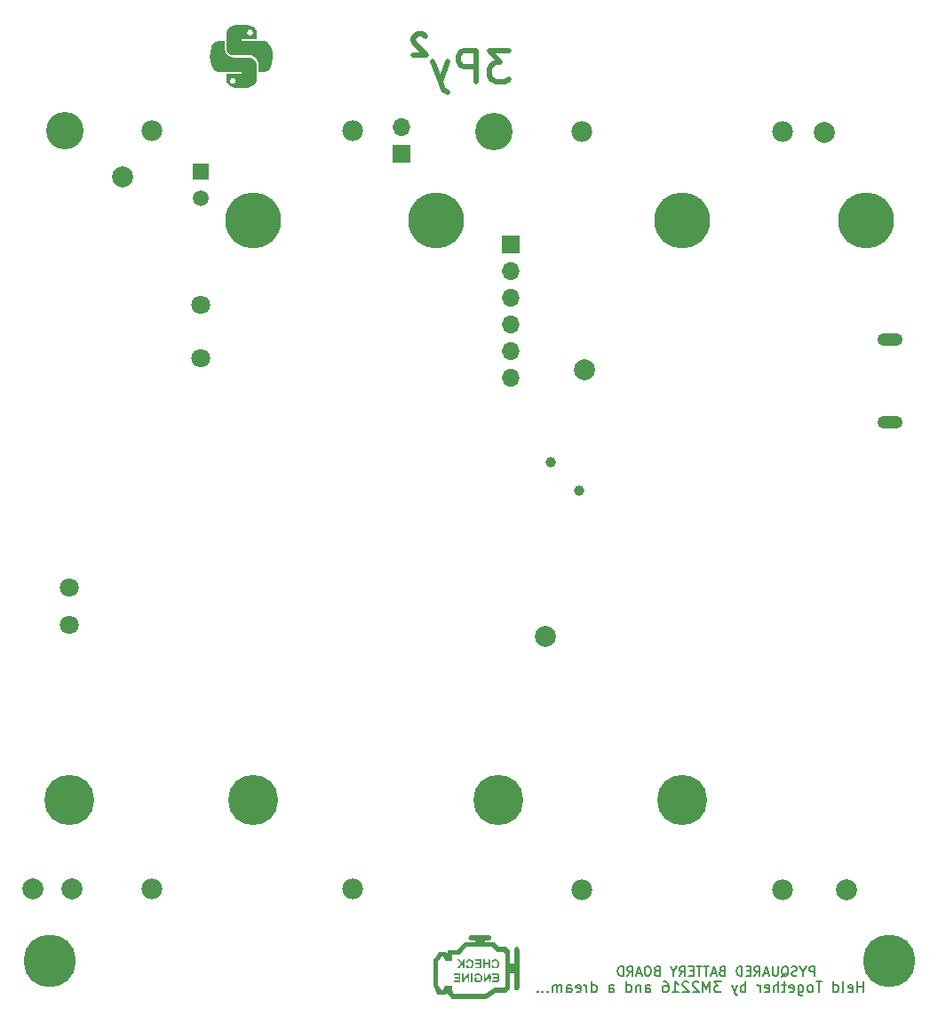
<source format=gbr>
%TF.GenerationSoftware,KiCad,Pcbnew,7.0.1*%
%TF.CreationDate,2023-12-10T19:02:08-07:00*%
%TF.ProjectId,Battery_Board_V3,42617474-6572-4795-9f42-6f6172645f56,rev?*%
%TF.SameCoordinates,Original*%
%TF.FileFunction,Soldermask,Bot*%
%TF.FilePolarity,Negative*%
%FSLAX46Y46*%
G04 Gerber Fmt 4.6, Leading zero omitted, Abs format (unit mm)*
G04 Created by KiCad (PCBNEW 7.0.1) date 2023-12-10 19:02:08*
%MOMM*%
%LPD*%
G01*
G04 APERTURE LIST*
%ADD10C,0.500000*%
%ADD11C,0.150000*%
%ADD12C,5.000000*%
%ADD13C,2.000000*%
%ADD14R,1.700000X1.700000*%
%ADD15O,1.700000X1.700000*%
%ADD16C,1.800000*%
%ADD17O,2.416000X1.208000*%
%ADD18C,1.000000*%
%ADD19R,1.508000X1.508000*%
%ADD20C,1.508000*%
%ADD21C,4.770000*%
%ADD22C,5.325000*%
%ADD23C,3.570000*%
%ADD24C,1.980000*%
G04 APERTURE END LIST*
D10*
X158278056Y-44768257D02*
X156420913Y-44768257D01*
X156420913Y-44768257D02*
X157420913Y-45911114D01*
X157420913Y-45911114D02*
X156992342Y-45911114D01*
X156992342Y-45911114D02*
X156706628Y-46053971D01*
X156706628Y-46053971D02*
X156563770Y-46196828D01*
X156563770Y-46196828D02*
X156420913Y-46482542D01*
X156420913Y-46482542D02*
X156420913Y-47196828D01*
X156420913Y-47196828D02*
X156563770Y-47482542D01*
X156563770Y-47482542D02*
X156706628Y-47625400D01*
X156706628Y-47625400D02*
X156992342Y-47768257D01*
X156992342Y-47768257D02*
X157849485Y-47768257D01*
X157849485Y-47768257D02*
X158135199Y-47625400D01*
X158135199Y-47625400D02*
X158278056Y-47482542D01*
X155135199Y-47768257D02*
X155135199Y-44768257D01*
X155135199Y-44768257D02*
X153992342Y-44768257D01*
X153992342Y-44768257D02*
X153706627Y-44911114D01*
X153706627Y-44911114D02*
X153563770Y-45053971D01*
X153563770Y-45053971D02*
X153420913Y-45339685D01*
X153420913Y-45339685D02*
X153420913Y-45768257D01*
X153420913Y-45768257D02*
X153563770Y-46053971D01*
X153563770Y-46053971D02*
X153706627Y-46196828D01*
X153706627Y-46196828D02*
X153992342Y-46339685D01*
X153992342Y-46339685D02*
X155135199Y-46339685D01*
X152420913Y-45768257D02*
X151706627Y-47768257D01*
X150992342Y-45768257D02*
X151706627Y-47768257D01*
X151706627Y-47768257D02*
X151992342Y-48482542D01*
X151992342Y-48482542D02*
X152135199Y-48625400D01*
X152135199Y-48625400D02*
X152420913Y-48768257D01*
X150279028Y-43413314D02*
X150183790Y-43318076D01*
X150183790Y-43318076D02*
X149993314Y-43222838D01*
X149993314Y-43222838D02*
X149517123Y-43222838D01*
X149517123Y-43222838D02*
X149326647Y-43318076D01*
X149326647Y-43318076D02*
X149231409Y-43413314D01*
X149231409Y-43413314D02*
X149136171Y-43603790D01*
X149136171Y-43603790D02*
X149136171Y-43794266D01*
X149136171Y-43794266D02*
X149231409Y-44079980D01*
X149231409Y-44079980D02*
X150374266Y-45222838D01*
X150374266Y-45222838D02*
X149136171Y-45222838D01*
D11*
X187342857Y-132916357D02*
X187342857Y-132016357D01*
X187342857Y-132016357D02*
X187000000Y-132016357D01*
X187000000Y-132016357D02*
X186914285Y-132059214D01*
X186914285Y-132059214D02*
X186871428Y-132102071D01*
X186871428Y-132102071D02*
X186828571Y-132187785D01*
X186828571Y-132187785D02*
X186828571Y-132316357D01*
X186828571Y-132316357D02*
X186871428Y-132402071D01*
X186871428Y-132402071D02*
X186914285Y-132444928D01*
X186914285Y-132444928D02*
X187000000Y-132487785D01*
X187000000Y-132487785D02*
X187342857Y-132487785D01*
X186271428Y-132487785D02*
X186271428Y-132916357D01*
X186571428Y-132016357D02*
X186271428Y-132487785D01*
X186271428Y-132487785D02*
X185971428Y-132016357D01*
X185714285Y-132873500D02*
X185585714Y-132916357D01*
X185585714Y-132916357D02*
X185371428Y-132916357D01*
X185371428Y-132916357D02*
X185285714Y-132873500D01*
X185285714Y-132873500D02*
X185242856Y-132830642D01*
X185242856Y-132830642D02*
X185199999Y-132744928D01*
X185199999Y-132744928D02*
X185199999Y-132659214D01*
X185199999Y-132659214D02*
X185242856Y-132573500D01*
X185242856Y-132573500D02*
X185285714Y-132530642D01*
X185285714Y-132530642D02*
X185371428Y-132487785D01*
X185371428Y-132487785D02*
X185542856Y-132444928D01*
X185542856Y-132444928D02*
X185628571Y-132402071D01*
X185628571Y-132402071D02*
X185671428Y-132359214D01*
X185671428Y-132359214D02*
X185714285Y-132273500D01*
X185714285Y-132273500D02*
X185714285Y-132187785D01*
X185714285Y-132187785D02*
X185671428Y-132102071D01*
X185671428Y-132102071D02*
X185628571Y-132059214D01*
X185628571Y-132059214D02*
X185542856Y-132016357D01*
X185542856Y-132016357D02*
X185328571Y-132016357D01*
X185328571Y-132016357D02*
X185199999Y-132059214D01*
X184214285Y-133002071D02*
X184299999Y-132959214D01*
X184299999Y-132959214D02*
X184385713Y-132873500D01*
X184385713Y-132873500D02*
X184514285Y-132744928D01*
X184514285Y-132744928D02*
X184599999Y-132702071D01*
X184599999Y-132702071D02*
X184685713Y-132702071D01*
X184642856Y-132916357D02*
X184728571Y-132873500D01*
X184728571Y-132873500D02*
X184814285Y-132787785D01*
X184814285Y-132787785D02*
X184857142Y-132616357D01*
X184857142Y-132616357D02*
X184857142Y-132316357D01*
X184857142Y-132316357D02*
X184814285Y-132144928D01*
X184814285Y-132144928D02*
X184728571Y-132059214D01*
X184728571Y-132059214D02*
X184642856Y-132016357D01*
X184642856Y-132016357D02*
X184471428Y-132016357D01*
X184471428Y-132016357D02*
X184385713Y-132059214D01*
X184385713Y-132059214D02*
X184299999Y-132144928D01*
X184299999Y-132144928D02*
X184257142Y-132316357D01*
X184257142Y-132316357D02*
X184257142Y-132616357D01*
X184257142Y-132616357D02*
X184299999Y-132787785D01*
X184299999Y-132787785D02*
X184385713Y-132873500D01*
X184385713Y-132873500D02*
X184471428Y-132916357D01*
X184471428Y-132916357D02*
X184642856Y-132916357D01*
X183871428Y-132016357D02*
X183871428Y-132744928D01*
X183871428Y-132744928D02*
X183828571Y-132830642D01*
X183828571Y-132830642D02*
X183785714Y-132873500D01*
X183785714Y-132873500D02*
X183699999Y-132916357D01*
X183699999Y-132916357D02*
X183528571Y-132916357D01*
X183528571Y-132916357D02*
X183442856Y-132873500D01*
X183442856Y-132873500D02*
X183399999Y-132830642D01*
X183399999Y-132830642D02*
X183357142Y-132744928D01*
X183357142Y-132744928D02*
X183357142Y-132016357D01*
X182971428Y-132659214D02*
X182542857Y-132659214D01*
X183057142Y-132916357D02*
X182757142Y-132016357D01*
X182757142Y-132016357D02*
X182457142Y-132916357D01*
X181642856Y-132916357D02*
X181942856Y-132487785D01*
X182157142Y-132916357D02*
X182157142Y-132016357D01*
X182157142Y-132016357D02*
X181814285Y-132016357D01*
X181814285Y-132016357D02*
X181728570Y-132059214D01*
X181728570Y-132059214D02*
X181685713Y-132102071D01*
X181685713Y-132102071D02*
X181642856Y-132187785D01*
X181642856Y-132187785D02*
X181642856Y-132316357D01*
X181642856Y-132316357D02*
X181685713Y-132402071D01*
X181685713Y-132402071D02*
X181728570Y-132444928D01*
X181728570Y-132444928D02*
X181814285Y-132487785D01*
X181814285Y-132487785D02*
X182157142Y-132487785D01*
X181257142Y-132444928D02*
X180957142Y-132444928D01*
X180828570Y-132916357D02*
X181257142Y-132916357D01*
X181257142Y-132916357D02*
X181257142Y-132016357D01*
X181257142Y-132016357D02*
X180828570Y-132016357D01*
X180442856Y-132916357D02*
X180442856Y-132016357D01*
X180442856Y-132016357D02*
X180228570Y-132016357D01*
X180228570Y-132016357D02*
X180099999Y-132059214D01*
X180099999Y-132059214D02*
X180014284Y-132144928D01*
X180014284Y-132144928D02*
X179971427Y-132230642D01*
X179971427Y-132230642D02*
X179928570Y-132402071D01*
X179928570Y-132402071D02*
X179928570Y-132530642D01*
X179928570Y-132530642D02*
X179971427Y-132702071D01*
X179971427Y-132702071D02*
X180014284Y-132787785D01*
X180014284Y-132787785D02*
X180099999Y-132873500D01*
X180099999Y-132873500D02*
X180228570Y-132916357D01*
X180228570Y-132916357D02*
X180442856Y-132916357D01*
X178557142Y-132444928D02*
X178428570Y-132487785D01*
X178428570Y-132487785D02*
X178385713Y-132530642D01*
X178385713Y-132530642D02*
X178342856Y-132616357D01*
X178342856Y-132616357D02*
X178342856Y-132744928D01*
X178342856Y-132744928D02*
X178385713Y-132830642D01*
X178385713Y-132830642D02*
X178428570Y-132873500D01*
X178428570Y-132873500D02*
X178514285Y-132916357D01*
X178514285Y-132916357D02*
X178857142Y-132916357D01*
X178857142Y-132916357D02*
X178857142Y-132016357D01*
X178857142Y-132016357D02*
X178557142Y-132016357D01*
X178557142Y-132016357D02*
X178471428Y-132059214D01*
X178471428Y-132059214D02*
X178428570Y-132102071D01*
X178428570Y-132102071D02*
X178385713Y-132187785D01*
X178385713Y-132187785D02*
X178385713Y-132273500D01*
X178385713Y-132273500D02*
X178428570Y-132359214D01*
X178428570Y-132359214D02*
X178471428Y-132402071D01*
X178471428Y-132402071D02*
X178557142Y-132444928D01*
X178557142Y-132444928D02*
X178857142Y-132444928D01*
X177999999Y-132659214D02*
X177571428Y-132659214D01*
X178085713Y-132916357D02*
X177785713Y-132016357D01*
X177785713Y-132016357D02*
X177485713Y-132916357D01*
X177314284Y-132016357D02*
X176799999Y-132016357D01*
X177057141Y-132916357D02*
X177057141Y-132016357D01*
X176628570Y-132016357D02*
X176114285Y-132016357D01*
X176371427Y-132916357D02*
X176371427Y-132016357D01*
X175814285Y-132444928D02*
X175514285Y-132444928D01*
X175385713Y-132916357D02*
X175814285Y-132916357D01*
X175814285Y-132916357D02*
X175814285Y-132016357D01*
X175814285Y-132016357D02*
X175385713Y-132016357D01*
X174485713Y-132916357D02*
X174785713Y-132487785D01*
X174999999Y-132916357D02*
X174999999Y-132016357D01*
X174999999Y-132016357D02*
X174657142Y-132016357D01*
X174657142Y-132016357D02*
X174571427Y-132059214D01*
X174571427Y-132059214D02*
X174528570Y-132102071D01*
X174528570Y-132102071D02*
X174485713Y-132187785D01*
X174485713Y-132187785D02*
X174485713Y-132316357D01*
X174485713Y-132316357D02*
X174528570Y-132402071D01*
X174528570Y-132402071D02*
X174571427Y-132444928D01*
X174571427Y-132444928D02*
X174657142Y-132487785D01*
X174657142Y-132487785D02*
X174999999Y-132487785D01*
X173928570Y-132487785D02*
X173928570Y-132916357D01*
X174228570Y-132016357D02*
X173928570Y-132487785D01*
X173928570Y-132487785D02*
X173628570Y-132016357D01*
X172342856Y-132444928D02*
X172214284Y-132487785D01*
X172214284Y-132487785D02*
X172171427Y-132530642D01*
X172171427Y-132530642D02*
X172128570Y-132616357D01*
X172128570Y-132616357D02*
X172128570Y-132744928D01*
X172128570Y-132744928D02*
X172171427Y-132830642D01*
X172171427Y-132830642D02*
X172214284Y-132873500D01*
X172214284Y-132873500D02*
X172299999Y-132916357D01*
X172299999Y-132916357D02*
X172642856Y-132916357D01*
X172642856Y-132916357D02*
X172642856Y-132016357D01*
X172642856Y-132016357D02*
X172342856Y-132016357D01*
X172342856Y-132016357D02*
X172257142Y-132059214D01*
X172257142Y-132059214D02*
X172214284Y-132102071D01*
X172214284Y-132102071D02*
X172171427Y-132187785D01*
X172171427Y-132187785D02*
X172171427Y-132273500D01*
X172171427Y-132273500D02*
X172214284Y-132359214D01*
X172214284Y-132359214D02*
X172257142Y-132402071D01*
X172257142Y-132402071D02*
X172342856Y-132444928D01*
X172342856Y-132444928D02*
X172642856Y-132444928D01*
X171571427Y-132016357D02*
X171399999Y-132016357D01*
X171399999Y-132016357D02*
X171314284Y-132059214D01*
X171314284Y-132059214D02*
X171228570Y-132144928D01*
X171228570Y-132144928D02*
X171185713Y-132316357D01*
X171185713Y-132316357D02*
X171185713Y-132616357D01*
X171185713Y-132616357D02*
X171228570Y-132787785D01*
X171228570Y-132787785D02*
X171314284Y-132873500D01*
X171314284Y-132873500D02*
X171399999Y-132916357D01*
X171399999Y-132916357D02*
X171571427Y-132916357D01*
X171571427Y-132916357D02*
X171657142Y-132873500D01*
X171657142Y-132873500D02*
X171742856Y-132787785D01*
X171742856Y-132787785D02*
X171785713Y-132616357D01*
X171785713Y-132616357D02*
X171785713Y-132316357D01*
X171785713Y-132316357D02*
X171742856Y-132144928D01*
X171742856Y-132144928D02*
X171657142Y-132059214D01*
X171657142Y-132059214D02*
X171571427Y-132016357D01*
X170842856Y-132659214D02*
X170414285Y-132659214D01*
X170928570Y-132916357D02*
X170628570Y-132016357D01*
X170628570Y-132016357D02*
X170328570Y-132916357D01*
X169514284Y-132916357D02*
X169814284Y-132487785D01*
X170028570Y-132916357D02*
X170028570Y-132016357D01*
X170028570Y-132016357D02*
X169685713Y-132016357D01*
X169685713Y-132016357D02*
X169599998Y-132059214D01*
X169599998Y-132059214D02*
X169557141Y-132102071D01*
X169557141Y-132102071D02*
X169514284Y-132187785D01*
X169514284Y-132187785D02*
X169514284Y-132316357D01*
X169514284Y-132316357D02*
X169557141Y-132402071D01*
X169557141Y-132402071D02*
X169599998Y-132444928D01*
X169599998Y-132444928D02*
X169685713Y-132487785D01*
X169685713Y-132487785D02*
X170028570Y-132487785D01*
X169128570Y-132916357D02*
X169128570Y-132016357D01*
X169128570Y-132016357D02*
X168914284Y-132016357D01*
X168914284Y-132016357D02*
X168785713Y-132059214D01*
X168785713Y-132059214D02*
X168699998Y-132144928D01*
X168699998Y-132144928D02*
X168657141Y-132230642D01*
X168657141Y-132230642D02*
X168614284Y-132402071D01*
X168614284Y-132402071D02*
X168614284Y-132530642D01*
X168614284Y-132530642D02*
X168657141Y-132702071D01*
X168657141Y-132702071D02*
X168699998Y-132787785D01*
X168699998Y-132787785D02*
X168785713Y-132873500D01*
X168785713Y-132873500D02*
X168914284Y-132916357D01*
X168914284Y-132916357D02*
X169128570Y-132916357D01*
X192023810Y-134462619D02*
X192023810Y-133462619D01*
X192023810Y-133938809D02*
X191452382Y-133938809D01*
X191452382Y-134462619D02*
X191452382Y-133462619D01*
X190595239Y-134415000D02*
X190690477Y-134462619D01*
X190690477Y-134462619D02*
X190880953Y-134462619D01*
X190880953Y-134462619D02*
X190976191Y-134415000D01*
X190976191Y-134415000D02*
X191023810Y-134319761D01*
X191023810Y-134319761D02*
X191023810Y-133938809D01*
X191023810Y-133938809D02*
X190976191Y-133843571D01*
X190976191Y-133843571D02*
X190880953Y-133795952D01*
X190880953Y-133795952D02*
X190690477Y-133795952D01*
X190690477Y-133795952D02*
X190595239Y-133843571D01*
X190595239Y-133843571D02*
X190547620Y-133938809D01*
X190547620Y-133938809D02*
X190547620Y-134034047D01*
X190547620Y-134034047D02*
X191023810Y-134129285D01*
X189976191Y-134462619D02*
X190071429Y-134415000D01*
X190071429Y-134415000D02*
X190119048Y-134319761D01*
X190119048Y-134319761D02*
X190119048Y-133462619D01*
X189166667Y-134462619D02*
X189166667Y-133462619D01*
X189166667Y-134415000D02*
X189261905Y-134462619D01*
X189261905Y-134462619D02*
X189452381Y-134462619D01*
X189452381Y-134462619D02*
X189547619Y-134415000D01*
X189547619Y-134415000D02*
X189595238Y-134367380D01*
X189595238Y-134367380D02*
X189642857Y-134272142D01*
X189642857Y-134272142D02*
X189642857Y-133986428D01*
X189642857Y-133986428D02*
X189595238Y-133891190D01*
X189595238Y-133891190D02*
X189547619Y-133843571D01*
X189547619Y-133843571D02*
X189452381Y-133795952D01*
X189452381Y-133795952D02*
X189261905Y-133795952D01*
X189261905Y-133795952D02*
X189166667Y-133843571D01*
X188071428Y-133462619D02*
X187500000Y-133462619D01*
X187785714Y-134462619D02*
X187785714Y-133462619D01*
X187023809Y-134462619D02*
X187119047Y-134415000D01*
X187119047Y-134415000D02*
X187166666Y-134367380D01*
X187166666Y-134367380D02*
X187214285Y-134272142D01*
X187214285Y-134272142D02*
X187214285Y-133986428D01*
X187214285Y-133986428D02*
X187166666Y-133891190D01*
X187166666Y-133891190D02*
X187119047Y-133843571D01*
X187119047Y-133843571D02*
X187023809Y-133795952D01*
X187023809Y-133795952D02*
X186880952Y-133795952D01*
X186880952Y-133795952D02*
X186785714Y-133843571D01*
X186785714Y-133843571D02*
X186738095Y-133891190D01*
X186738095Y-133891190D02*
X186690476Y-133986428D01*
X186690476Y-133986428D02*
X186690476Y-134272142D01*
X186690476Y-134272142D02*
X186738095Y-134367380D01*
X186738095Y-134367380D02*
X186785714Y-134415000D01*
X186785714Y-134415000D02*
X186880952Y-134462619D01*
X186880952Y-134462619D02*
X187023809Y-134462619D01*
X185833333Y-133795952D02*
X185833333Y-134605476D01*
X185833333Y-134605476D02*
X185880952Y-134700714D01*
X185880952Y-134700714D02*
X185928571Y-134748333D01*
X185928571Y-134748333D02*
X186023809Y-134795952D01*
X186023809Y-134795952D02*
X186166666Y-134795952D01*
X186166666Y-134795952D02*
X186261904Y-134748333D01*
X185833333Y-134415000D02*
X185928571Y-134462619D01*
X185928571Y-134462619D02*
X186119047Y-134462619D01*
X186119047Y-134462619D02*
X186214285Y-134415000D01*
X186214285Y-134415000D02*
X186261904Y-134367380D01*
X186261904Y-134367380D02*
X186309523Y-134272142D01*
X186309523Y-134272142D02*
X186309523Y-133986428D01*
X186309523Y-133986428D02*
X186261904Y-133891190D01*
X186261904Y-133891190D02*
X186214285Y-133843571D01*
X186214285Y-133843571D02*
X186119047Y-133795952D01*
X186119047Y-133795952D02*
X185928571Y-133795952D01*
X185928571Y-133795952D02*
X185833333Y-133843571D01*
X184976190Y-134415000D02*
X185071428Y-134462619D01*
X185071428Y-134462619D02*
X185261904Y-134462619D01*
X185261904Y-134462619D02*
X185357142Y-134415000D01*
X185357142Y-134415000D02*
X185404761Y-134319761D01*
X185404761Y-134319761D02*
X185404761Y-133938809D01*
X185404761Y-133938809D02*
X185357142Y-133843571D01*
X185357142Y-133843571D02*
X185261904Y-133795952D01*
X185261904Y-133795952D02*
X185071428Y-133795952D01*
X185071428Y-133795952D02*
X184976190Y-133843571D01*
X184976190Y-133843571D02*
X184928571Y-133938809D01*
X184928571Y-133938809D02*
X184928571Y-134034047D01*
X184928571Y-134034047D02*
X185404761Y-134129285D01*
X184642856Y-133795952D02*
X184261904Y-133795952D01*
X184499999Y-133462619D02*
X184499999Y-134319761D01*
X184499999Y-134319761D02*
X184452380Y-134415000D01*
X184452380Y-134415000D02*
X184357142Y-134462619D01*
X184357142Y-134462619D02*
X184261904Y-134462619D01*
X183928570Y-134462619D02*
X183928570Y-133462619D01*
X183499999Y-134462619D02*
X183499999Y-133938809D01*
X183499999Y-133938809D02*
X183547618Y-133843571D01*
X183547618Y-133843571D02*
X183642856Y-133795952D01*
X183642856Y-133795952D02*
X183785713Y-133795952D01*
X183785713Y-133795952D02*
X183880951Y-133843571D01*
X183880951Y-133843571D02*
X183928570Y-133891190D01*
X182642856Y-134415000D02*
X182738094Y-134462619D01*
X182738094Y-134462619D02*
X182928570Y-134462619D01*
X182928570Y-134462619D02*
X183023808Y-134415000D01*
X183023808Y-134415000D02*
X183071427Y-134319761D01*
X183071427Y-134319761D02*
X183071427Y-133938809D01*
X183071427Y-133938809D02*
X183023808Y-133843571D01*
X183023808Y-133843571D02*
X182928570Y-133795952D01*
X182928570Y-133795952D02*
X182738094Y-133795952D01*
X182738094Y-133795952D02*
X182642856Y-133843571D01*
X182642856Y-133843571D02*
X182595237Y-133938809D01*
X182595237Y-133938809D02*
X182595237Y-134034047D01*
X182595237Y-134034047D02*
X183071427Y-134129285D01*
X182166665Y-134462619D02*
X182166665Y-133795952D01*
X182166665Y-133986428D02*
X182119046Y-133891190D01*
X182119046Y-133891190D02*
X182071427Y-133843571D01*
X182071427Y-133843571D02*
X181976189Y-133795952D01*
X181976189Y-133795952D02*
X181880951Y-133795952D01*
X180785712Y-134462619D02*
X180785712Y-133462619D01*
X180785712Y-133843571D02*
X180690474Y-133795952D01*
X180690474Y-133795952D02*
X180499998Y-133795952D01*
X180499998Y-133795952D02*
X180404760Y-133843571D01*
X180404760Y-133843571D02*
X180357141Y-133891190D01*
X180357141Y-133891190D02*
X180309522Y-133986428D01*
X180309522Y-133986428D02*
X180309522Y-134272142D01*
X180309522Y-134272142D02*
X180357141Y-134367380D01*
X180357141Y-134367380D02*
X180404760Y-134415000D01*
X180404760Y-134415000D02*
X180499998Y-134462619D01*
X180499998Y-134462619D02*
X180690474Y-134462619D01*
X180690474Y-134462619D02*
X180785712Y-134415000D01*
X179976188Y-133795952D02*
X179738093Y-134462619D01*
X179499998Y-133795952D02*
X179738093Y-134462619D01*
X179738093Y-134462619D02*
X179833331Y-134700714D01*
X179833331Y-134700714D02*
X179880950Y-134748333D01*
X179880950Y-134748333D02*
X179976188Y-134795952D01*
X178452378Y-133462619D02*
X177833331Y-133462619D01*
X177833331Y-133462619D02*
X178166664Y-133843571D01*
X178166664Y-133843571D02*
X178023807Y-133843571D01*
X178023807Y-133843571D02*
X177928569Y-133891190D01*
X177928569Y-133891190D02*
X177880950Y-133938809D01*
X177880950Y-133938809D02*
X177833331Y-134034047D01*
X177833331Y-134034047D02*
X177833331Y-134272142D01*
X177833331Y-134272142D02*
X177880950Y-134367380D01*
X177880950Y-134367380D02*
X177928569Y-134415000D01*
X177928569Y-134415000D02*
X178023807Y-134462619D01*
X178023807Y-134462619D02*
X178309521Y-134462619D01*
X178309521Y-134462619D02*
X178404759Y-134415000D01*
X178404759Y-134415000D02*
X178452378Y-134367380D01*
X177404759Y-134462619D02*
X177404759Y-133462619D01*
X177404759Y-133462619D02*
X177071426Y-134176904D01*
X177071426Y-134176904D02*
X176738093Y-133462619D01*
X176738093Y-133462619D02*
X176738093Y-134462619D01*
X176309521Y-133557857D02*
X176261902Y-133510238D01*
X176261902Y-133510238D02*
X176166664Y-133462619D01*
X176166664Y-133462619D02*
X175928569Y-133462619D01*
X175928569Y-133462619D02*
X175833331Y-133510238D01*
X175833331Y-133510238D02*
X175785712Y-133557857D01*
X175785712Y-133557857D02*
X175738093Y-133653095D01*
X175738093Y-133653095D02*
X175738093Y-133748333D01*
X175738093Y-133748333D02*
X175785712Y-133891190D01*
X175785712Y-133891190D02*
X176357140Y-134462619D01*
X176357140Y-134462619D02*
X175738093Y-134462619D01*
X175357140Y-133557857D02*
X175309521Y-133510238D01*
X175309521Y-133510238D02*
X175214283Y-133462619D01*
X175214283Y-133462619D02*
X174976188Y-133462619D01*
X174976188Y-133462619D02*
X174880950Y-133510238D01*
X174880950Y-133510238D02*
X174833331Y-133557857D01*
X174833331Y-133557857D02*
X174785712Y-133653095D01*
X174785712Y-133653095D02*
X174785712Y-133748333D01*
X174785712Y-133748333D02*
X174833331Y-133891190D01*
X174833331Y-133891190D02*
X175404759Y-134462619D01*
X175404759Y-134462619D02*
X174785712Y-134462619D01*
X173833331Y-134462619D02*
X174404759Y-134462619D01*
X174119045Y-134462619D02*
X174119045Y-133462619D01*
X174119045Y-133462619D02*
X174214283Y-133605476D01*
X174214283Y-133605476D02*
X174309521Y-133700714D01*
X174309521Y-133700714D02*
X174404759Y-133748333D01*
X172976188Y-133462619D02*
X173166664Y-133462619D01*
X173166664Y-133462619D02*
X173261902Y-133510238D01*
X173261902Y-133510238D02*
X173309521Y-133557857D01*
X173309521Y-133557857D02*
X173404759Y-133700714D01*
X173404759Y-133700714D02*
X173452378Y-133891190D01*
X173452378Y-133891190D02*
X173452378Y-134272142D01*
X173452378Y-134272142D02*
X173404759Y-134367380D01*
X173404759Y-134367380D02*
X173357140Y-134415000D01*
X173357140Y-134415000D02*
X173261902Y-134462619D01*
X173261902Y-134462619D02*
X173071426Y-134462619D01*
X173071426Y-134462619D02*
X172976188Y-134415000D01*
X172976188Y-134415000D02*
X172928569Y-134367380D01*
X172928569Y-134367380D02*
X172880950Y-134272142D01*
X172880950Y-134272142D02*
X172880950Y-134034047D01*
X172880950Y-134034047D02*
X172928569Y-133938809D01*
X172928569Y-133938809D02*
X172976188Y-133891190D01*
X172976188Y-133891190D02*
X173071426Y-133843571D01*
X173071426Y-133843571D02*
X173261902Y-133843571D01*
X173261902Y-133843571D02*
X173357140Y-133891190D01*
X173357140Y-133891190D02*
X173404759Y-133938809D01*
X173404759Y-133938809D02*
X173452378Y-134034047D01*
X171261902Y-134462619D02*
X171261902Y-133938809D01*
X171261902Y-133938809D02*
X171309521Y-133843571D01*
X171309521Y-133843571D02*
X171404759Y-133795952D01*
X171404759Y-133795952D02*
X171595235Y-133795952D01*
X171595235Y-133795952D02*
X171690473Y-133843571D01*
X171261902Y-134415000D02*
X171357140Y-134462619D01*
X171357140Y-134462619D02*
X171595235Y-134462619D01*
X171595235Y-134462619D02*
X171690473Y-134415000D01*
X171690473Y-134415000D02*
X171738092Y-134319761D01*
X171738092Y-134319761D02*
X171738092Y-134224523D01*
X171738092Y-134224523D02*
X171690473Y-134129285D01*
X171690473Y-134129285D02*
X171595235Y-134081666D01*
X171595235Y-134081666D02*
X171357140Y-134081666D01*
X171357140Y-134081666D02*
X171261902Y-134034047D01*
X170785711Y-133795952D02*
X170785711Y-134462619D01*
X170785711Y-133891190D02*
X170738092Y-133843571D01*
X170738092Y-133843571D02*
X170642854Y-133795952D01*
X170642854Y-133795952D02*
X170499997Y-133795952D01*
X170499997Y-133795952D02*
X170404759Y-133843571D01*
X170404759Y-133843571D02*
X170357140Y-133938809D01*
X170357140Y-133938809D02*
X170357140Y-134462619D01*
X169452378Y-134462619D02*
X169452378Y-133462619D01*
X169452378Y-134415000D02*
X169547616Y-134462619D01*
X169547616Y-134462619D02*
X169738092Y-134462619D01*
X169738092Y-134462619D02*
X169833330Y-134415000D01*
X169833330Y-134415000D02*
X169880949Y-134367380D01*
X169880949Y-134367380D02*
X169928568Y-134272142D01*
X169928568Y-134272142D02*
X169928568Y-133986428D01*
X169928568Y-133986428D02*
X169880949Y-133891190D01*
X169880949Y-133891190D02*
X169833330Y-133843571D01*
X169833330Y-133843571D02*
X169738092Y-133795952D01*
X169738092Y-133795952D02*
X169547616Y-133795952D01*
X169547616Y-133795952D02*
X169452378Y-133843571D01*
X167785711Y-134462619D02*
X167785711Y-133938809D01*
X167785711Y-133938809D02*
X167833330Y-133843571D01*
X167833330Y-133843571D02*
X167928568Y-133795952D01*
X167928568Y-133795952D02*
X168119044Y-133795952D01*
X168119044Y-133795952D02*
X168214282Y-133843571D01*
X167785711Y-134415000D02*
X167880949Y-134462619D01*
X167880949Y-134462619D02*
X168119044Y-134462619D01*
X168119044Y-134462619D02*
X168214282Y-134415000D01*
X168214282Y-134415000D02*
X168261901Y-134319761D01*
X168261901Y-134319761D02*
X168261901Y-134224523D01*
X168261901Y-134224523D02*
X168214282Y-134129285D01*
X168214282Y-134129285D02*
X168119044Y-134081666D01*
X168119044Y-134081666D02*
X167880949Y-134081666D01*
X167880949Y-134081666D02*
X167785711Y-134034047D01*
X166119044Y-134462619D02*
X166119044Y-133462619D01*
X166119044Y-134415000D02*
X166214282Y-134462619D01*
X166214282Y-134462619D02*
X166404758Y-134462619D01*
X166404758Y-134462619D02*
X166499996Y-134415000D01*
X166499996Y-134415000D02*
X166547615Y-134367380D01*
X166547615Y-134367380D02*
X166595234Y-134272142D01*
X166595234Y-134272142D02*
X166595234Y-133986428D01*
X166595234Y-133986428D02*
X166547615Y-133891190D01*
X166547615Y-133891190D02*
X166499996Y-133843571D01*
X166499996Y-133843571D02*
X166404758Y-133795952D01*
X166404758Y-133795952D02*
X166214282Y-133795952D01*
X166214282Y-133795952D02*
X166119044Y-133843571D01*
X165642853Y-134462619D02*
X165642853Y-133795952D01*
X165642853Y-133986428D02*
X165595234Y-133891190D01*
X165595234Y-133891190D02*
X165547615Y-133843571D01*
X165547615Y-133843571D02*
X165452377Y-133795952D01*
X165452377Y-133795952D02*
X165357139Y-133795952D01*
X164642853Y-134415000D02*
X164738091Y-134462619D01*
X164738091Y-134462619D02*
X164928567Y-134462619D01*
X164928567Y-134462619D02*
X165023805Y-134415000D01*
X165023805Y-134415000D02*
X165071424Y-134319761D01*
X165071424Y-134319761D02*
X165071424Y-133938809D01*
X165071424Y-133938809D02*
X165023805Y-133843571D01*
X165023805Y-133843571D02*
X164928567Y-133795952D01*
X164928567Y-133795952D02*
X164738091Y-133795952D01*
X164738091Y-133795952D02*
X164642853Y-133843571D01*
X164642853Y-133843571D02*
X164595234Y-133938809D01*
X164595234Y-133938809D02*
X164595234Y-134034047D01*
X164595234Y-134034047D02*
X165071424Y-134129285D01*
X163738091Y-134462619D02*
X163738091Y-133938809D01*
X163738091Y-133938809D02*
X163785710Y-133843571D01*
X163785710Y-133843571D02*
X163880948Y-133795952D01*
X163880948Y-133795952D02*
X164071424Y-133795952D01*
X164071424Y-133795952D02*
X164166662Y-133843571D01*
X163738091Y-134415000D02*
X163833329Y-134462619D01*
X163833329Y-134462619D02*
X164071424Y-134462619D01*
X164071424Y-134462619D02*
X164166662Y-134415000D01*
X164166662Y-134415000D02*
X164214281Y-134319761D01*
X164214281Y-134319761D02*
X164214281Y-134224523D01*
X164214281Y-134224523D02*
X164166662Y-134129285D01*
X164166662Y-134129285D02*
X164071424Y-134081666D01*
X164071424Y-134081666D02*
X163833329Y-134081666D01*
X163833329Y-134081666D02*
X163738091Y-134034047D01*
X163261900Y-134462619D02*
X163261900Y-133795952D01*
X163261900Y-133891190D02*
X163214281Y-133843571D01*
X163214281Y-133843571D02*
X163119043Y-133795952D01*
X163119043Y-133795952D02*
X162976186Y-133795952D01*
X162976186Y-133795952D02*
X162880948Y-133843571D01*
X162880948Y-133843571D02*
X162833329Y-133938809D01*
X162833329Y-133938809D02*
X162833329Y-134462619D01*
X162833329Y-133938809D02*
X162785710Y-133843571D01*
X162785710Y-133843571D02*
X162690472Y-133795952D01*
X162690472Y-133795952D02*
X162547615Y-133795952D01*
X162547615Y-133795952D02*
X162452376Y-133843571D01*
X162452376Y-133843571D02*
X162404757Y-133938809D01*
X162404757Y-133938809D02*
X162404757Y-134462619D01*
X161928567Y-134367380D02*
X161880948Y-134415000D01*
X161880948Y-134415000D02*
X161928567Y-134462619D01*
X161928567Y-134462619D02*
X161976186Y-134415000D01*
X161976186Y-134415000D02*
X161928567Y-134367380D01*
X161928567Y-134367380D02*
X161928567Y-134462619D01*
X161452377Y-134367380D02*
X161404758Y-134415000D01*
X161404758Y-134415000D02*
X161452377Y-134462619D01*
X161452377Y-134462619D02*
X161499996Y-134415000D01*
X161499996Y-134415000D02*
X161452377Y-134367380D01*
X161452377Y-134367380D02*
X161452377Y-134462619D01*
X160976187Y-134367380D02*
X160928568Y-134415000D01*
X160928568Y-134415000D02*
X160976187Y-134462619D01*
X160976187Y-134462619D02*
X161023806Y-134415000D01*
X161023806Y-134415000D02*
X160976187Y-134367380D01*
X160976187Y-134367380D02*
X160976187Y-134462619D01*
%TO.C,G\u002A\u002A\u002A*%
G36*
X134173719Y-43082427D02*
G01*
X134174852Y-43117799D01*
X134177834Y-43266698D01*
X134185149Y-43684884D01*
X133463599Y-43690775D01*
X132742048Y-43696667D01*
X132742048Y-43875226D01*
X134996354Y-43897546D01*
X135123981Y-43957364D01*
X135176190Y-43983977D01*
X135335174Y-44096820D01*
X135467032Y-44243909D01*
X135570161Y-44423158D01*
X135642958Y-44632481D01*
X135702482Y-44919058D01*
X135733980Y-45244052D01*
X135724999Y-45568413D01*
X135675777Y-45901395D01*
X135626719Y-46104582D01*
X135553729Y-46313444D01*
X135464650Y-46483351D01*
X135358188Y-46616232D01*
X135233052Y-46714017D01*
X135087948Y-46778633D01*
X135041555Y-46788499D01*
X134949178Y-46798833D01*
X134828713Y-46805832D01*
X134689456Y-46808794D01*
X134382558Y-46810287D01*
X134382558Y-46446699D01*
X134381656Y-46329933D01*
X134375611Y-46167471D01*
X134362680Y-46035404D01*
X134341468Y-45925011D01*
X134310581Y-45827569D01*
X134268623Y-45734355D01*
X134263248Y-45724149D01*
X134186470Y-45613676D01*
X134080453Y-45503595D01*
X133957689Y-45405422D01*
X133830673Y-45330673D01*
X133679483Y-45259057D01*
X132764368Y-45247897D01*
X132554995Y-45245299D01*
X132365757Y-45242702D01*
X132212431Y-45240072D01*
X132090468Y-45237128D01*
X131995320Y-45233590D01*
X131922441Y-45229175D01*
X131867281Y-45223603D01*
X131825293Y-45216592D01*
X131791930Y-45207862D01*
X131762642Y-45197130D01*
X131732884Y-45184117D01*
X131641980Y-45130922D01*
X131531177Y-45037099D01*
X131433520Y-44924420D01*
X131362218Y-44806348D01*
X131355691Y-44791967D01*
X131344564Y-44764341D01*
X131335591Y-44733876D01*
X131328541Y-44695926D01*
X131323182Y-44645848D01*
X131319282Y-44578996D01*
X131316611Y-44490727D01*
X131314937Y-44376396D01*
X131314027Y-44231358D01*
X131313651Y-44050970D01*
X131313577Y-43830586D01*
X131313577Y-42995509D01*
X133294158Y-42995509D01*
X133295075Y-43091202D01*
X133334097Y-43190233D01*
X133337537Y-43195633D01*
X133391433Y-43254372D01*
X133456056Y-43296252D01*
X133510034Y-43315148D01*
X133603173Y-43323385D01*
X133685477Y-43291419D01*
X133765002Y-43217187D01*
X133773521Y-43206835D01*
X133811415Y-43147228D01*
X133826816Y-43082427D01*
X133824760Y-42993591D01*
X133816954Y-42946373D01*
X133779638Y-42873796D01*
X133705958Y-42813921D01*
X133645516Y-42785332D01*
X133548322Y-42770814D01*
X133458428Y-42790807D01*
X133381995Y-42839077D01*
X133325185Y-42909390D01*
X133294158Y-42995509D01*
X131313577Y-42995509D01*
X131313577Y-42960111D01*
X131368208Y-42849094D01*
X131377753Y-42830480D01*
X131475330Y-42690870D01*
X131605919Y-42569998D01*
X131759923Y-42476982D01*
X131844590Y-42441727D01*
X131974093Y-42402468D01*
X132123703Y-42373357D01*
X132299424Y-42353558D01*
X132507258Y-42342232D01*
X132753208Y-42338544D01*
X132823033Y-42338842D01*
X133124799Y-42349293D01*
X133385789Y-42374912D01*
X133607119Y-42416029D01*
X133789900Y-42472971D01*
X133935248Y-42546069D01*
X134044274Y-42635651D01*
X134118093Y-42742047D01*
X134133522Y-42775220D01*
X134148213Y-42815640D01*
X134158821Y-42862460D01*
X134166216Y-42923328D01*
X134171269Y-43005892D01*
X134173719Y-43082427D01*
G37*
G36*
X134174189Y-47603798D02*
G01*
X134173654Y-47615283D01*
X134168750Y-47670551D01*
X134162105Y-47712251D01*
X134153454Y-47745187D01*
X134142529Y-47774160D01*
X134129064Y-47803974D01*
X134065118Y-47905777D01*
X133967558Y-48012098D01*
X133850149Y-48107773D01*
X133724809Y-48181667D01*
X133631458Y-48220551D01*
X133496912Y-48266868D01*
X133348732Y-48310428D01*
X133203263Y-48346476D01*
X133076846Y-48370256D01*
X133068312Y-48371466D01*
X132840520Y-48390257D01*
X132606720Y-48385769D01*
X132373951Y-48359764D01*
X132149255Y-48314004D01*
X131939672Y-48250250D01*
X131752244Y-48170265D01*
X131594011Y-48075811D01*
X131472014Y-47968650D01*
X131466726Y-47962730D01*
X131407178Y-47887968D01*
X131363485Y-47811690D01*
X131333405Y-47725322D01*
X131324388Y-47674699D01*
X131664398Y-47674699D01*
X131687433Y-47762271D01*
X131740949Y-47838319D01*
X131826706Y-47894144D01*
X131858081Y-47906053D01*
X131956139Y-47922501D01*
X132041838Y-47898331D01*
X132123205Y-47831856D01*
X132154076Y-47792557D01*
X132193437Y-47699596D01*
X132197508Y-47603798D01*
X132169900Y-47513965D01*
X132114222Y-47438899D01*
X132034084Y-47387405D01*
X131933097Y-47368284D01*
X131841861Y-47383186D01*
X131760575Y-47429847D01*
X131702729Y-47499787D01*
X131670083Y-47584304D01*
X131664398Y-47674699D01*
X131324388Y-47674699D01*
X131314695Y-47620285D01*
X131305113Y-47488004D01*
X131302417Y-47319902D01*
X131302417Y-47011784D01*
X132022233Y-47005895D01*
X132742048Y-47000006D01*
X132748912Y-46905147D01*
X132755775Y-46810287D01*
X131620230Y-46810287D01*
X131547363Y-46810286D01*
X131284559Y-46810152D01*
X131061617Y-46809475D01*
X130874722Y-46807814D01*
X130720056Y-46804727D01*
X130593804Y-46799771D01*
X130492148Y-46792505D01*
X130411273Y-46782486D01*
X130347361Y-46769272D01*
X130296597Y-46752421D01*
X130255164Y-46731491D01*
X130219245Y-46706039D01*
X130185024Y-46675623D01*
X130148684Y-46639802D01*
X130102874Y-46588496D01*
X130011475Y-46451410D01*
X129929621Y-46282593D01*
X129859771Y-46090541D01*
X129804382Y-45883753D01*
X129765912Y-45670727D01*
X129746820Y-45459958D01*
X129749562Y-45259946D01*
X129765360Y-45095330D01*
X129803607Y-44843687D01*
X129856202Y-44614324D01*
X129921644Y-44411608D01*
X129998435Y-44239905D01*
X130085073Y-44103580D01*
X130180059Y-44007001D01*
X130202399Y-43990414D01*
X130262161Y-43952307D01*
X130324803Y-43924824D01*
X130398666Y-43906277D01*
X130492091Y-43894978D01*
X130613420Y-43889237D01*
X130770994Y-43887365D01*
X131121206Y-43886386D01*
X131128112Y-44316043D01*
X131135019Y-44745700D01*
X131206634Y-44896891D01*
X131266996Y-45005915D01*
X131392445Y-45162441D01*
X131546112Y-45286832D01*
X131723495Y-45375752D01*
X131920095Y-45425864D01*
X131958992Y-45429737D01*
X132046187Y-45434684D01*
X132166866Y-45439099D01*
X132314592Y-45442826D01*
X132482926Y-45445711D01*
X132665429Y-45447598D01*
X132855663Y-45448334D01*
X133638873Y-45448776D01*
X133775708Y-45517153D01*
X133799685Y-45529685D01*
X133942756Y-45630887D01*
X134057369Y-45760102D01*
X134136295Y-45909467D01*
X134146597Y-45938601D01*
X134156441Y-45973235D01*
X134164251Y-46013451D01*
X134170261Y-46064130D01*
X134174700Y-46130154D01*
X134177802Y-46216407D01*
X134179797Y-46327770D01*
X134180918Y-46469126D01*
X134181395Y-46645357D01*
X134181461Y-46861344D01*
X134181426Y-46967333D01*
X134181215Y-47162480D01*
X134180600Y-47320046D01*
X134179312Y-47444833D01*
X134177086Y-47541645D01*
X134174189Y-47603798D01*
G37*
G36*
X154742237Y-132687478D02*
G01*
X154760774Y-132693910D01*
X154763804Y-132698305D01*
X154766878Y-132709127D01*
X154769346Y-132727605D01*
X154771268Y-132755477D01*
X154772704Y-132794481D01*
X154773716Y-132846357D01*
X154774364Y-132912843D01*
X154774708Y-132995680D01*
X154774809Y-133096604D01*
X154774793Y-133125188D01*
X154774386Y-133235404D01*
X154773430Y-133327445D01*
X154771935Y-133400984D01*
X154769910Y-133455690D01*
X154767363Y-133491233D01*
X154764301Y-133507284D01*
X154759470Y-133514596D01*
X154747939Y-133522036D01*
X154727367Y-133524752D01*
X154692424Y-133523982D01*
X154631054Y-133521046D01*
X154631054Y-132688259D01*
X154688897Y-132685261D01*
X154710118Y-132684838D01*
X154742237Y-132687478D01*
G37*
G36*
X155936745Y-132684843D02*
G01*
X155961231Y-132687796D01*
X155984333Y-132693594D01*
X155984333Y-132966870D01*
X155984604Y-133037718D01*
X155985452Y-133104553D01*
X155986809Y-133159990D01*
X155988606Y-133201922D01*
X155990773Y-133228241D01*
X155993240Y-133236841D01*
X155997065Y-133232736D01*
X156011061Y-133214072D01*
X156033757Y-133182142D01*
X156063798Y-133138903D01*
X156099827Y-133086311D01*
X156140488Y-133026323D01*
X156184425Y-132960898D01*
X156366703Y-132688259D01*
X156424208Y-132685261D01*
X156445190Y-132684839D01*
X156477224Y-132687478D01*
X156495747Y-132693910D01*
X156499243Y-132699482D01*
X156502186Y-132711255D01*
X156504548Y-132730872D01*
X156506388Y-132760045D01*
X156507764Y-132800487D01*
X156508734Y-132853908D01*
X156509354Y-132922021D01*
X156509684Y-133006538D01*
X156509782Y-133109171D01*
X156509754Y-133144749D01*
X156509459Y-133230140D01*
X156508868Y-133308475D01*
X156508018Y-133377626D01*
X156506944Y-133435464D01*
X156505685Y-133479860D01*
X156504276Y-133508686D01*
X156502753Y-133519813D01*
X156493267Y-133522645D01*
X156468740Y-133524402D01*
X156435833Y-133523944D01*
X156375941Y-133521046D01*
X156370984Y-133238493D01*
X156366027Y-132955941D01*
X156344863Y-132985683D01*
X156341995Y-132989792D01*
X156327524Y-133011046D01*
X156304220Y-133045633D01*
X156273630Y-133091244D01*
X156237300Y-133145574D01*
X156196774Y-133206314D01*
X156153600Y-133271158D01*
X155983502Y-133526890D01*
X155850492Y-133521046D01*
X155850492Y-132688259D01*
X155894310Y-132685128D01*
X155904070Y-132684599D01*
X155936745Y-132684843D01*
G37*
G36*
X155538439Y-131353362D02*
G01*
X155571607Y-131354211D01*
X155587768Y-131355520D01*
X155612553Y-131361188D01*
X155615140Y-131773723D01*
X155617726Y-132186258D01*
X155590354Y-132189405D01*
X155588602Y-132189558D01*
X155568388Y-132190126D01*
X155531669Y-132190315D01*
X155481232Y-132190140D01*
X155419862Y-132189618D01*
X155350347Y-132188764D01*
X155275472Y-132187596D01*
X154987963Y-132182638D01*
X154988769Y-132125652D01*
X154989556Y-132101025D01*
X154991587Y-132075674D01*
X154994247Y-132063994D01*
X154997084Y-132063330D01*
X155016304Y-132061963D01*
X155051092Y-132060707D01*
X155098559Y-132059635D01*
X155155813Y-132058819D01*
X155219965Y-132058331D01*
X155249583Y-132058151D01*
X155311996Y-132057450D01*
X155366786Y-132056403D01*
X155410901Y-132055092D01*
X155441292Y-132053600D01*
X155454905Y-132052008D01*
X155456270Y-132051340D01*
X155462296Y-132042509D01*
X155466150Y-132022763D01*
X155468197Y-131989141D01*
X155468798Y-131938682D01*
X155468798Y-131830687D01*
X155266369Y-131830687D01*
X155253288Y-131830674D01*
X155192117Y-131830278D01*
X155137780Y-131829389D01*
X155093526Y-131828098D01*
X155062602Y-131826495D01*
X155048258Y-131824669D01*
X155039202Y-131816281D01*
X155034069Y-131796061D01*
X155032576Y-131760227D01*
X155032834Y-131734180D01*
X155033733Y-131709947D01*
X155035055Y-131699823D01*
X155036759Y-131699559D01*
X155053738Y-131698583D01*
X155086527Y-131697277D01*
X155132218Y-131695743D01*
X155187907Y-131694080D01*
X155250687Y-131692388D01*
X155463841Y-131686932D01*
X155463841Y-131488649D01*
X155007791Y-131478735D01*
X155007791Y-131359766D01*
X155285387Y-131354809D01*
X155291972Y-131354693D01*
X155365028Y-131353638D01*
X155432334Y-131353069D01*
X155491076Y-131352979D01*
X155538439Y-131353362D01*
G37*
G36*
X153401703Y-132683546D02*
G01*
X153463589Y-132683924D01*
X153518365Y-132684677D01*
X153562935Y-132685819D01*
X153594207Y-132687362D01*
X153609088Y-132689320D01*
X153612319Y-132691654D01*
X153615642Y-132698213D01*
X153618324Y-132710497D01*
X153620433Y-132730270D01*
X153622036Y-132759295D01*
X153623197Y-132799334D01*
X153623985Y-132852150D01*
X153624465Y-132919505D01*
X153624705Y-133003164D01*
X153624770Y-133104887D01*
X153624761Y-133135471D01*
X153624559Y-133236150D01*
X153624061Y-133318857D01*
X153623221Y-133385052D01*
X153621996Y-133436195D01*
X153620343Y-133473745D01*
X153618218Y-133499163D01*
X153615577Y-133513907D01*
X153612377Y-133519437D01*
X153612179Y-133519511D01*
X153597340Y-133521285D01*
X153566077Y-133522703D01*
X153521409Y-133523773D01*
X153466358Y-133524505D01*
X153403944Y-133524910D01*
X153337190Y-133524996D01*
X153269115Y-133524774D01*
X153202741Y-133524253D01*
X153141088Y-133523442D01*
X153087179Y-133522351D01*
X153044033Y-133520990D01*
X153014672Y-133519369D01*
X153002117Y-133517496D01*
X152997813Y-133512823D01*
X152992300Y-133490577D01*
X152992203Y-133450727D01*
X152995223Y-133392162D01*
X153471101Y-133382248D01*
X153471101Y-133164137D01*
X153044793Y-133154223D01*
X153041842Y-133092260D01*
X153040801Y-133062796D01*
X153040741Y-133038421D01*
X153041842Y-133028317D01*
X153043590Y-133028053D01*
X153060688Y-133027077D01*
X153093587Y-133025772D01*
X153139373Y-133024237D01*
X153195131Y-133022573D01*
X153257947Y-133020881D01*
X153471101Y-133015425D01*
X153473936Y-132918946D01*
X153476772Y-132822467D01*
X153245911Y-132819805D01*
X153015051Y-132817143D01*
X153012031Y-132758578D01*
X153011419Y-132738388D01*
X153013923Y-132706641D01*
X153021945Y-132691809D01*
X153029207Y-132690311D01*
X153054263Y-132688428D01*
X153093860Y-132686829D01*
X153144905Y-132685527D01*
X153204306Y-132684534D01*
X153268968Y-132683864D01*
X153335798Y-132683531D01*
X153401703Y-132683546D01*
G37*
G36*
X157050102Y-132683546D02*
G01*
X157111989Y-132683924D01*
X157166764Y-132684677D01*
X157211335Y-132685819D01*
X157242607Y-132687362D01*
X157257488Y-132689320D01*
X157260683Y-132691611D01*
X157264015Y-132698123D01*
X157266706Y-132710347D01*
X157268821Y-132730047D01*
X157270428Y-132758988D01*
X157271593Y-132798933D01*
X157272383Y-132851649D01*
X157272864Y-132918899D01*
X157273104Y-133002448D01*
X157273170Y-133104061D01*
X157273138Y-133144089D01*
X157272850Y-133229733D01*
X157272288Y-133308220D01*
X157271487Y-133377439D01*
X157270480Y-133435278D01*
X157269301Y-133479624D01*
X157267983Y-133508367D01*
X157266560Y-133519394D01*
X157265289Y-133519959D01*
X157248923Y-133521842D01*
X157216497Y-133523345D01*
X157170986Y-133524479D01*
X157115364Y-133525252D01*
X157052605Y-133525674D01*
X156985684Y-133525753D01*
X156917575Y-133525500D01*
X156851251Y-133524922D01*
X156789688Y-133524030D01*
X156735858Y-133522832D01*
X156692737Y-133521338D01*
X156663299Y-133519556D01*
X156650517Y-133517496D01*
X156646213Y-133512823D01*
X156640700Y-133490577D01*
X156640603Y-133450727D01*
X156643622Y-133392162D01*
X156884040Y-133389508D01*
X157124458Y-133386853D01*
X157124458Y-133159567D01*
X156908825Y-133156895D01*
X156693193Y-133154223D01*
X156690168Y-133101369D01*
X156689750Y-133083762D01*
X156692348Y-133052835D01*
X156698818Y-133034449D01*
X156699442Y-133033760D01*
X156707934Y-133029038D01*
X156724407Y-133025515D01*
X156751228Y-133023041D01*
X156790768Y-133021463D01*
X156845394Y-133020627D01*
X156917475Y-133020382D01*
X157124458Y-133020382D01*
X157124458Y-132822465D01*
X156893954Y-132819804D01*
X156663451Y-132817143D01*
X156660431Y-132758578D01*
X156659819Y-132738388D01*
X156662323Y-132706641D01*
X156670345Y-132691809D01*
X156677606Y-132690311D01*
X156702662Y-132688428D01*
X156742260Y-132686829D01*
X156793305Y-132685527D01*
X156852705Y-132684534D01*
X156917367Y-132683864D01*
X156984197Y-132683531D01*
X157050102Y-132683546D01*
G37*
G36*
X156973860Y-131343754D02*
G01*
X157043666Y-131360177D01*
X157121196Y-131394223D01*
X157185340Y-131442887D01*
X157236116Y-131506190D01*
X157273542Y-131584149D01*
X157297637Y-131676783D01*
X157301550Y-131699947D01*
X157306767Y-131739297D01*
X157307806Y-131772506D01*
X157304652Y-131808080D01*
X157297287Y-131854521D01*
X157277478Y-131938663D01*
X157243546Y-132022501D01*
X157198128Y-132090330D01*
X157141313Y-132142052D01*
X157073192Y-132177564D01*
X156993852Y-132196766D01*
X156927981Y-132201669D01*
X156839841Y-132195067D01*
X156761749Y-132172581D01*
X156694681Y-132134662D01*
X156639615Y-132081758D01*
X156597528Y-132014320D01*
X156587086Y-131991189D01*
X156572190Y-131947713D01*
X156571069Y-131916726D01*
X156584671Y-131896150D01*
X156613945Y-131883910D01*
X156659837Y-131877931D01*
X156679596Y-131877079D01*
X156695099Y-131879880D01*
X156706715Y-131890170D01*
X156718264Y-131911561D01*
X156733566Y-131947666D01*
X156763726Y-131997019D01*
X156806770Y-132034343D01*
X156858982Y-132058105D01*
X156916847Y-132067260D01*
X156976848Y-132060759D01*
X157035471Y-132037557D01*
X157072740Y-132010973D01*
X157107165Y-131969016D01*
X157130683Y-131914605D01*
X157144019Y-131845956D01*
X157147899Y-131761288D01*
X157147857Y-131755766D01*
X157146521Y-131704708D01*
X157143030Y-131667469D01*
X157136593Y-131638581D01*
X157126420Y-131612576D01*
X157099236Y-131564665D01*
X157057550Y-131519686D01*
X157005925Y-131490882D01*
X156942409Y-131476812D01*
X156926378Y-131475528D01*
X156863958Y-131479320D01*
X156812764Y-131499036D01*
X156771286Y-131535507D01*
X156738012Y-131589569D01*
X156716666Y-131634980D01*
X156660969Y-131628434D01*
X156655772Y-131627797D01*
X156613015Y-131619119D01*
X156587846Y-131604904D01*
X156579322Y-131582981D01*
X156586504Y-131551183D01*
X156608452Y-131507339D01*
X156620625Y-131487627D01*
X156672239Y-131426819D01*
X156735360Y-131381137D01*
X156807997Y-131351471D01*
X156888161Y-131338713D01*
X156973860Y-131343754D01*
G37*
G36*
X153892154Y-132684471D02*
G01*
X153916426Y-132689320D01*
X153920225Y-132691935D01*
X153924135Y-132699425D01*
X153927098Y-132713596D01*
X153929238Y-132736642D01*
X153930683Y-132770751D01*
X153931559Y-132818116D01*
X153931992Y-132880926D01*
X153932108Y-132961373D01*
X153932108Y-132961878D01*
X153932387Y-133032445D01*
X153933166Y-133096302D01*
X153934370Y-133150825D01*
X153935925Y-133193391D01*
X153937757Y-133221377D01*
X153939792Y-133232158D01*
X153943724Y-133229015D01*
X153957706Y-133211730D01*
X153980331Y-133181089D01*
X154010269Y-133138973D01*
X154046187Y-133087262D01*
X154086754Y-133027839D01*
X154130639Y-132962583D01*
X154313802Y-132688259D01*
X154362716Y-132685163D01*
X154377893Y-132684514D01*
X154410967Y-132684996D01*
X154434593Y-132687830D01*
X154457557Y-132693594D01*
X154457557Y-133104015D01*
X154457547Y-133135686D01*
X154457344Y-133236304D01*
X154456843Y-133318963D01*
X154456002Y-133385122D01*
X154454776Y-133436237D01*
X154453124Y-133473768D01*
X154450999Y-133499173D01*
X154448361Y-133513910D01*
X154445164Y-133519437D01*
X154423548Y-133523991D01*
X154393158Y-133525438D01*
X154361379Y-133523968D01*
X154335254Y-133519915D01*
X154321823Y-133513610D01*
X154321808Y-133513588D01*
X154319506Y-133500603D01*
X154317093Y-133470523D01*
X154314694Y-133426063D01*
X154312436Y-133369935D01*
X154310445Y-133304855D01*
X154308845Y-133233536D01*
X154303888Y-132965855D01*
X153931168Y-133526003D01*
X153869179Y-133526003D01*
X153840936Y-133524864D01*
X153811386Y-133520592D01*
X153795293Y-133514106D01*
X153794489Y-133512712D01*
X153791453Y-133495450D01*
X153788858Y-133461597D01*
X153786705Y-133413754D01*
X153784993Y-133354522D01*
X153783723Y-133286503D01*
X153782893Y-133212296D01*
X153782506Y-133134504D01*
X153782559Y-133055727D01*
X153783054Y-132978566D01*
X153783990Y-132905623D01*
X153785368Y-132839497D01*
X153787187Y-132782791D01*
X153789448Y-132738106D01*
X153792150Y-132708041D01*
X153795293Y-132695199D01*
X153803220Y-132690857D01*
X153827897Y-132685611D01*
X153860093Y-132683359D01*
X153892154Y-132684471D01*
G37*
G36*
X154537813Y-131341416D02*
G01*
X154613768Y-131356537D01*
X154684915Y-131385113D01*
X154747832Y-131426827D01*
X154799097Y-131481362D01*
X154822613Y-131516301D01*
X154849103Y-131568032D01*
X154866306Y-131623497D01*
X154875661Y-131687850D01*
X154878607Y-131766245D01*
X154878363Y-131812004D01*
X154876627Y-131854897D01*
X154872612Y-131888332D01*
X154865576Y-131918015D01*
X154854777Y-131949656D01*
X154840353Y-131985936D01*
X154814074Y-132039145D01*
X154784120Y-132081999D01*
X154746693Y-132120505D01*
X154741906Y-132124762D01*
X154692836Y-132160128D01*
X154638263Y-132183233D01*
X154571569Y-132196966D01*
X154544272Y-132200642D01*
X154518851Y-132204142D01*
X154507127Y-132205861D01*
X154506518Y-132205906D01*
X154492474Y-132204828D01*
X154464827Y-132201765D01*
X154428837Y-132197293D01*
X154418093Y-132195742D01*
X154340369Y-132174010D01*
X154273117Y-132135645D01*
X154217480Y-132081479D01*
X154174603Y-132012343D01*
X154166494Y-131994613D01*
X154150908Y-131951434D01*
X154149004Y-131920463D01*
X154161981Y-131899067D01*
X154191034Y-131884618D01*
X154237363Y-131874484D01*
X154253389Y-131872086D01*
X154272595Y-131872327D01*
X154283775Y-131882321D01*
X154294455Y-131906258D01*
X154312636Y-131948680D01*
X154332043Y-131984238D01*
X154353101Y-132010359D01*
X154379337Y-132032278D01*
X154394070Y-132041597D01*
X154446480Y-132061139D01*
X154506036Y-132067171D01*
X154566442Y-132058800D01*
X154610020Y-132040234D01*
X154654935Y-132003152D01*
X154690547Y-131952461D01*
X154715841Y-131890770D01*
X154729800Y-131820687D01*
X154731407Y-131744819D01*
X154719646Y-131665774D01*
X154709392Y-131626485D01*
X154697372Y-131595247D01*
X154680950Y-131569556D01*
X154656348Y-131542024D01*
X154641144Y-131527370D01*
X154592080Y-131493872D01*
X154536898Y-131477194D01*
X154471624Y-131475911D01*
X154448548Y-131478861D01*
X154394708Y-131496927D01*
X154352751Y-131530516D01*
X154321152Y-131580691D01*
X154296365Y-131634833D01*
X154243964Y-131628674D01*
X154231363Y-131627136D01*
X154194613Y-131621178D01*
X154172975Y-131613655D01*
X154162723Y-131602688D01*
X154160133Y-131586400D01*
X154161071Y-131576355D01*
X154171734Y-131542213D01*
X154191601Y-131502340D01*
X154217303Y-131462907D01*
X154245472Y-131430080D01*
X154254349Y-131421825D01*
X154315317Y-131379955D01*
X154385165Y-131352808D01*
X154460471Y-131340068D01*
X154537813Y-131341416D01*
G37*
G36*
X153979627Y-131351626D02*
G01*
X154007268Y-131357257D01*
X154022543Y-131366236D01*
X154023228Y-131368643D01*
X154024941Y-131387901D01*
X154026396Y-131424009D01*
X154027561Y-131474787D01*
X154028405Y-131538057D01*
X154028894Y-131611639D01*
X154028997Y-131693353D01*
X154028682Y-131781021D01*
X154026292Y-132182448D01*
X153996550Y-132189103D01*
X153975618Y-132191682D01*
X153942421Y-132191427D01*
X153910890Y-132187693D01*
X153890048Y-132181153D01*
X153889314Y-132180059D01*
X153886656Y-132164521D01*
X153884504Y-132133899D01*
X153883063Y-132091972D01*
X153882537Y-132042518D01*
X153882537Y-131908526D01*
X153782831Y-131805902D01*
X153755107Y-131838147D01*
X153752452Y-131841325D01*
X153734599Y-131864585D01*
X153709396Y-131899300D01*
X153679811Y-131941327D01*
X153648813Y-131986522D01*
X153643574Y-131994250D01*
X153611474Y-132040982D01*
X153580442Y-132085234D01*
X153553786Y-132122333D01*
X153534814Y-132147603D01*
X153499386Y-132192553D01*
X153420802Y-132187596D01*
X153380303Y-132184058D01*
X153354575Y-132177788D01*
X153343744Y-132166297D01*
X153347223Y-132147054D01*
X153364426Y-132117525D01*
X153394765Y-132075178D01*
X153439240Y-132014972D01*
X153492162Y-131942998D01*
X153540061Y-131877483D01*
X153581801Y-131820001D01*
X153616244Y-131772126D01*
X153642254Y-131735432D01*
X153658694Y-131711492D01*
X153664426Y-131701880D01*
X153663201Y-131699953D01*
X153651142Y-131686395D01*
X153627843Y-131661883D01*
X153595328Y-131628503D01*
X153555625Y-131588345D01*
X153510757Y-131543496D01*
X153491932Y-131524688D01*
X153448830Y-131480874D01*
X153411754Y-131442136D01*
X153382745Y-131410667D01*
X153363843Y-131388661D01*
X153357088Y-131378312D01*
X153357721Y-131371648D01*
X153363176Y-131363645D01*
X153377342Y-131358659D01*
X153403925Y-131355671D01*
X153446631Y-131353659D01*
X153520672Y-131351005D01*
X153693345Y-131526404D01*
X153730660Y-131564112D01*
X153775211Y-131608578D01*
X153813822Y-131646494D01*
X153844520Y-131675946D01*
X153865329Y-131695020D01*
X153874278Y-131701803D01*
X153876454Y-131695818D01*
X153878880Y-131672985D01*
X153880807Y-131636096D01*
X153882078Y-131588368D01*
X153882537Y-131533018D01*
X153882537Y-131531244D01*
X153882627Y-131470241D01*
X153883137Y-131426083D01*
X153884435Y-131395858D01*
X153886887Y-131376654D01*
X153890862Y-131365561D01*
X153896725Y-131359668D01*
X153904844Y-131356063D01*
X153916348Y-131352919D01*
X153946895Y-131349970D01*
X153979627Y-131351626D01*
G37*
G36*
X155907498Y-131353640D02*
G01*
X155909185Y-131353819D01*
X155915267Y-131356741D01*
X155919546Y-131365265D01*
X155922332Y-131382236D01*
X155923937Y-131410498D01*
X155924672Y-131452897D01*
X155924848Y-131512278D01*
X155924896Y-131560324D01*
X155925311Y-131605850D01*
X155926501Y-131636881D01*
X155928874Y-131656401D01*
X155932835Y-131667393D01*
X155938793Y-131672841D01*
X155947155Y-131675726D01*
X155954123Y-131676852D01*
X155980350Y-131678790D01*
X156020257Y-131680359D01*
X156069823Y-131681422D01*
X156125024Y-131681840D01*
X156165683Y-131681703D01*
X156219514Y-131680617D01*
X156256646Y-131678332D01*
X156279028Y-131674703D01*
X156288607Y-131669582D01*
X156289931Y-131665652D01*
X156292859Y-131644214D01*
X156295503Y-131608480D01*
X156297616Y-131562284D01*
X156298951Y-131509459D01*
X156299414Y-131484353D01*
X156300744Y-131435320D01*
X156302404Y-131395352D01*
X156304227Y-131368034D01*
X156306046Y-131356957D01*
X156313636Y-131355038D01*
X156336427Y-131353531D01*
X156368165Y-131353457D01*
X156395305Y-131354951D01*
X156422962Y-131360790D01*
X156438197Y-131371936D01*
X156438769Y-131372813D01*
X156441965Y-131382733D01*
X156444506Y-131401410D01*
X156446430Y-131430423D01*
X156447774Y-131471355D01*
X156448576Y-131525787D01*
X156448874Y-131595299D01*
X156448707Y-131681473D01*
X156448111Y-131785891D01*
X156445340Y-132182638D01*
X156373462Y-132185551D01*
X156301585Y-132188464D01*
X156299632Y-132116152D01*
X156298963Y-132076129D01*
X156298870Y-132020205D01*
X156299579Y-131969485D01*
X156299790Y-131926950D01*
X156298498Y-131884707D01*
X156295967Y-131852994D01*
X156290456Y-131810859D01*
X156113670Y-131810859D01*
X156100208Y-131810865D01*
X156039357Y-131811165D01*
X155995141Y-131812083D01*
X155964871Y-131813849D01*
X155945861Y-131816693D01*
X155935421Y-131820847D01*
X155930866Y-131826541D01*
X155929285Y-131836723D01*
X155927516Y-131864587D01*
X155926110Y-131905858D01*
X155925183Y-131956951D01*
X155924848Y-132014281D01*
X155924848Y-132186339D01*
X155892627Y-132190303D01*
X155863994Y-132191935D01*
X155828458Y-132189554D01*
X155799512Y-132183167D01*
X155783723Y-132173773D01*
X155783232Y-132172141D01*
X155781660Y-132154579D01*
X155780214Y-132120030D01*
X155778935Y-132070679D01*
X155777863Y-132008712D01*
X155777037Y-131936311D01*
X155776499Y-131855663D01*
X155776288Y-131768952D01*
X155776136Y-131375094D01*
X155798443Y-131361860D01*
X155798908Y-131361586D01*
X155814140Y-131354857D01*
X155833958Y-131351543D01*
X155863398Y-131351264D01*
X155907498Y-131353640D01*
G37*
G36*
X155367053Y-132678977D02*
G01*
X155407303Y-132684939D01*
X155442625Y-132694982D01*
X155480800Y-132710802D01*
X155487063Y-132713732D01*
X155553114Y-132753977D01*
X155608061Y-132804866D01*
X155647648Y-132862532D01*
X155649045Y-132865291D01*
X155685060Y-132957188D01*
X155703857Y-133053210D01*
X155705374Y-133149978D01*
X155689549Y-133244115D01*
X155656321Y-133332245D01*
X155646741Y-133349707D01*
X155602157Y-133407557D01*
X155543328Y-133458368D01*
X155474416Y-133498995D01*
X155399581Y-133526294D01*
X155385266Y-133528698D01*
X155350921Y-133531308D01*
X155306787Y-133532438D01*
X155258908Y-133531848D01*
X155247130Y-133531459D01*
X155201703Y-133529294D01*
X155168008Y-133525452D01*
X155139367Y-133518394D01*
X155109104Y-133506584D01*
X155070539Y-133488484D01*
X155054883Y-133480764D01*
X155015373Y-133460106D01*
X154981999Y-133441095D01*
X154960699Y-133427051D01*
X154933435Y-133405594D01*
X154933435Y-133248037D01*
X154933455Y-133221897D01*
X154933791Y-133169605D01*
X154934824Y-133132849D01*
X154936909Y-133108568D01*
X154940406Y-133093702D01*
X154945671Y-133085191D01*
X154953061Y-133079975D01*
X154955137Y-133079088D01*
X154977049Y-133075290D01*
X155016336Y-133072818D01*
X155070977Y-133071757D01*
X155138951Y-133072191D01*
X155305215Y-133074910D01*
X155305215Y-133203794D01*
X155082147Y-133209400D01*
X155082147Y-133333989D01*
X155143037Y-133363076D01*
X155146544Y-133364742D01*
X155179875Y-133379058D01*
X155209570Y-133387335D01*
X155243434Y-133391113D01*
X155289271Y-133391932D01*
X155297059Y-133391897D01*
X155339677Y-133390632D01*
X155370473Y-133386564D01*
X155396383Y-133378277D01*
X155424344Y-133364355D01*
X155449926Y-133348208D01*
X155496195Y-133303199D01*
X155528749Y-133244644D01*
X155548165Y-133171645D01*
X155551331Y-133148099D01*
X155552750Y-133072113D01*
X155541197Y-133001176D01*
X155517902Y-132938004D01*
X155484094Y-132885308D01*
X155441002Y-132845802D01*
X155389855Y-132822199D01*
X155372064Y-132818317D01*
X155329488Y-132813080D01*
X155282898Y-132811062D01*
X155240116Y-132812465D01*
X155208967Y-132817494D01*
X155206890Y-132818147D01*
X155163939Y-132841226D01*
X155125139Y-132879013D01*
X155095534Y-132926655D01*
X155071659Y-132978804D01*
X155016531Y-132965989D01*
X154993160Y-132960234D01*
X154963237Y-132949876D01*
X154948561Y-132937095D01*
X154946282Y-132918482D01*
X154953551Y-132890626D01*
X154975893Y-132837312D01*
X155018596Y-132775510D01*
X155074566Y-132728289D01*
X155143539Y-132695805D01*
X155225252Y-132678212D01*
X155319443Y-132675664D01*
X155367053Y-132678977D01*
G37*
G36*
X158351728Y-133937439D02*
G01*
X158351124Y-133968524D01*
X158349665Y-134019544D01*
X158347980Y-134058153D01*
X158346045Y-134085452D01*
X158343838Y-134102541D01*
X158341337Y-134110521D01*
X158340592Y-134111508D01*
X158328577Y-134125203D01*
X158304954Y-134150816D01*
X158271599Y-134186361D01*
X158230386Y-134229847D01*
X158183191Y-134279287D01*
X158131887Y-134332692D01*
X157934777Y-134537244D01*
X156946895Y-134537244D01*
X156829958Y-134615107D01*
X156827445Y-134616780D01*
X156786842Y-134643725D01*
X156733387Y-134679085D01*
X156670537Y-134720579D01*
X156601752Y-134765924D01*
X156530490Y-134812840D01*
X156460211Y-134859043D01*
X156442879Y-134870432D01*
X156377203Y-134913643D01*
X156314956Y-134954682D01*
X156258770Y-134991808D01*
X156211273Y-135023282D01*
X156175097Y-135047364D01*
X156152873Y-135062314D01*
X156124936Y-135080800D01*
X156100109Y-135096092D01*
X156085954Y-135103409D01*
X156078423Y-135103745D01*
X156052011Y-135104116D01*
X156007675Y-135104437D01*
X155946463Y-135104708D01*
X155869428Y-135104929D01*
X155777621Y-135105099D01*
X155672093Y-135105217D01*
X155553895Y-135105284D01*
X155424077Y-135105298D01*
X155283692Y-135105258D01*
X155133790Y-135105166D01*
X154975423Y-135105019D01*
X154809640Y-135104817D01*
X154637495Y-135104560D01*
X154460036Y-135104247D01*
X152846511Y-135101187D01*
X152781980Y-135034848D01*
X152755188Y-135007072D01*
X152717690Y-134967851D01*
X152673473Y-134921364D01*
X152626001Y-134871256D01*
X152578741Y-134821169D01*
X152545108Y-134785499D01*
X152504430Y-134741670D01*
X152474326Y-134706458D01*
X152453190Y-134676175D01*
X152439418Y-134647128D01*
X152431407Y-134615627D01*
X152427552Y-134577982D01*
X152426249Y-134530503D01*
X152425895Y-134469498D01*
X152425658Y-134444397D01*
X152424427Y-134398612D01*
X152422038Y-134369344D01*
X152418237Y-134354278D01*
X152412768Y-134351103D01*
X152410498Y-134352739D01*
X152397544Y-134367307D01*
X152375866Y-134394848D01*
X152347294Y-134432940D01*
X152313659Y-134479159D01*
X152276790Y-134531085D01*
X152153206Y-134707186D01*
X151815783Y-134700964D01*
X151756116Y-134699802D01*
X151679471Y-134698121D01*
X151610370Y-134696392D01*
X151551269Y-134694687D01*
X151504625Y-134693079D01*
X151472894Y-134691639D01*
X151458533Y-134690441D01*
X151454485Y-134688974D01*
X151437231Y-134673816D01*
X151421745Y-134648871D01*
X151417687Y-134640057D01*
X151404573Y-134611911D01*
X151385227Y-134570609D01*
X151361087Y-134519219D01*
X151333595Y-134460808D01*
X151304191Y-134398446D01*
X151289427Y-134367154D01*
X151259571Y-134303820D01*
X151231664Y-134244553D01*
X151207336Y-134192818D01*
X151188217Y-134152081D01*
X151175937Y-134125808D01*
X151162302Y-134096597D01*
X151141681Y-134052608D01*
X151118070Y-134002377D01*
X151094354Y-133952049D01*
X151040430Y-133837774D01*
X151039632Y-133679007D01*
X151483318Y-133679007D01*
X151597565Y-133947021D01*
X151605458Y-133965523D01*
X151634281Y-134032846D01*
X151660575Y-134093897D01*
X151683298Y-134146278D01*
X151701406Y-134187594D01*
X151713858Y-134215448D01*
X151719609Y-134227444D01*
X151733761Y-134234434D01*
X151767196Y-134239512D01*
X151819140Y-134242316D01*
X151910876Y-134244777D01*
X151962734Y-134160507D01*
X151980654Y-134131280D01*
X152012357Y-134079271D01*
X152046136Y-134023579D01*
X152077171Y-133972139D01*
X152077465Y-133971649D01*
X152102645Y-133930605D01*
X152125089Y-133895531D01*
X152142359Y-133870135D01*
X152152022Y-133858126D01*
X152160632Y-133856712D01*
X152186831Y-133855501D01*
X152227678Y-133854780D01*
X152280355Y-133854510D01*
X152342040Y-133854650D01*
X152409915Y-133855161D01*
X152481159Y-133856003D01*
X152552954Y-133857136D01*
X152622478Y-133858520D01*
X152686914Y-133860116D01*
X152743440Y-133861882D01*
X152789237Y-133863781D01*
X152821485Y-133865771D01*
X152837365Y-133867813D01*
X152839782Y-133872594D01*
X152843694Y-133896054D01*
X152847750Y-133938640D01*
X152851919Y-133999926D01*
X152856168Y-134079485D01*
X152860466Y-134176890D01*
X152872885Y-134482717D01*
X152934054Y-134544454D01*
X152941823Y-134552215D01*
X152975267Y-134584132D01*
X153006985Y-134612376D01*
X153031016Y-134631592D01*
X153066809Y-134656991D01*
X153353225Y-134654485D01*
X153358497Y-134654439D01*
X153409559Y-134654007D01*
X153478546Y-134653440D01*
X153563774Y-134652752D01*
X153663560Y-134651956D01*
X153776221Y-134651065D01*
X153900074Y-134650092D01*
X154033436Y-134649050D01*
X154174624Y-134647953D01*
X154321955Y-134646814D01*
X154473746Y-134645645D01*
X154628314Y-134644461D01*
X154783975Y-134643274D01*
X154949675Y-134641998D01*
X155107836Y-134640737D01*
X155248271Y-134639551D01*
X155372062Y-134638417D01*
X155480294Y-134637312D01*
X155574049Y-134636212D01*
X155654410Y-134635094D01*
X155722462Y-134633934D01*
X155779287Y-134632709D01*
X155825969Y-134631394D01*
X155863591Y-134629967D01*
X155893236Y-134628404D01*
X155915989Y-134626682D01*
X155932932Y-134624776D01*
X155945149Y-134622664D01*
X155953722Y-134620321D01*
X155959737Y-134617725D01*
X155969325Y-134612377D01*
X155997923Y-134595564D01*
X156034838Y-134573182D01*
X156074497Y-134548587D01*
X156093993Y-134536382D01*
X156138962Y-134508348D01*
X156192795Y-134474893D01*
X156250364Y-134439201D01*
X156306542Y-134404458D01*
X156310507Y-134402009D01*
X156367423Y-134366810D01*
X156435237Y-134324803D01*
X156508463Y-134279390D01*
X156581616Y-134233972D01*
X156649210Y-134191952D01*
X156843166Y-134071280D01*
X157105260Y-134070322D01*
X157143003Y-134070130D01*
X157231019Y-134069343D01*
X157322712Y-134068130D01*
X157412207Y-134066586D01*
X157493626Y-134064806D01*
X157561093Y-134062887D01*
X157754833Y-134056409D01*
X157887835Y-133937439D01*
X157887383Y-132356136D01*
X157886932Y-130774832D01*
X157808157Y-130691730D01*
X157729382Y-130608627D01*
X157079844Y-130612033D01*
X156856859Y-130388573D01*
X156633873Y-130165113D01*
X154202158Y-130165113D01*
X153960556Y-130415271D01*
X153929730Y-130447187D01*
X153865677Y-130513487D01*
X153801577Y-130579816D01*
X153740194Y-130643317D01*
X153684292Y-130701130D01*
X153636634Y-130750396D01*
X153599985Y-130788255D01*
X153481015Y-130911081D01*
X153177207Y-130906164D01*
X153145457Y-130905684D01*
X153071876Y-130904850D01*
X153005638Y-130904479D01*
X152949237Y-130904563D01*
X152905170Y-130905091D01*
X152875934Y-130906053D01*
X152864026Y-130907438D01*
X152863934Y-130907510D01*
X152861090Y-130919330D01*
X152857846Y-130948249D01*
X152854389Y-130991642D01*
X152850903Y-131046882D01*
X152847576Y-131111342D01*
X152844592Y-131182397D01*
X152844529Y-131184076D01*
X152841617Y-131255343D01*
X152838519Y-131320252D01*
X152835399Y-131376112D01*
X152832420Y-131420230D01*
X152829747Y-131449914D01*
X152827543Y-131462472D01*
X152826587Y-131463384D01*
X152814205Y-131466724D01*
X152787455Y-131469369D01*
X152745245Y-131471357D01*
X152686485Y-131472728D01*
X152610084Y-131473522D01*
X152514952Y-131473778D01*
X152209349Y-131473778D01*
X152154105Y-131387030D01*
X152132277Y-131352589D01*
X152098956Y-131299643D01*
X152063721Y-131243335D01*
X152031312Y-131191226D01*
X151963763Y-131082170D01*
X151897224Y-131079243D01*
X151891140Y-131078997D01*
X151846073Y-131079682D01*
X151814240Y-131087126D01*
X151790130Y-131103546D01*
X151768234Y-131131161D01*
X151763009Y-131138971D01*
X151745904Y-131164435D01*
X151720630Y-131201995D01*
X151689076Y-131248844D01*
X151653129Y-131302178D01*
X151614680Y-131359193D01*
X151483318Y-131553925D01*
X151483318Y-133679007D01*
X151039632Y-133679007D01*
X151034318Y-132621915D01*
X151028206Y-131406055D01*
X151139271Y-131246644D01*
X151166420Y-131207633D01*
X151215448Y-131137035D01*
X151267944Y-131061295D01*
X151319160Y-130987267D01*
X151364348Y-130921805D01*
X151364541Y-130921525D01*
X151402665Y-130866227D01*
X151440089Y-130811978D01*
X151474176Y-130762599D01*
X151502289Y-130721908D01*
X151521791Y-130693727D01*
X151565220Y-130631077D01*
X152204008Y-130631077D01*
X152306991Y-130760013D01*
X152332621Y-130791611D01*
X152364866Y-130829869D01*
X152391682Y-130859953D01*
X152410824Y-130879367D01*
X152420046Y-130885618D01*
X152420516Y-130885350D01*
X152424012Y-130875590D01*
X152427358Y-130851554D01*
X152430608Y-130812317D01*
X152433818Y-130756952D01*
X152437042Y-130684535D01*
X152440335Y-130594140D01*
X152443751Y-130484844D01*
X152444988Y-130442709D01*
X152862034Y-130442709D01*
X152946043Y-130442597D01*
X153050950Y-130442035D01*
X153136876Y-130440988D01*
X153204319Y-130439445D01*
X153253778Y-130437392D01*
X153285750Y-130434816D01*
X153300734Y-130431706D01*
X153302795Y-130430314D01*
X153318006Y-130417168D01*
X153345368Y-130391777D01*
X153383473Y-130355502D01*
X153430916Y-130309706D01*
X153486291Y-130255751D01*
X153548192Y-130194997D01*
X153615213Y-130128808D01*
X153685948Y-130058546D01*
X154049507Y-129696388D01*
X154540542Y-129701265D01*
X154574152Y-129701594D01*
X154681939Y-129702558D01*
X154771899Y-129703171D01*
X154845591Y-129703404D01*
X154904576Y-129703227D01*
X154950415Y-129702612D01*
X154984668Y-129701528D01*
X155008896Y-129699946D01*
X155024659Y-129697837D01*
X155033518Y-129695171D01*
X155037033Y-129691920D01*
X155039714Y-129676185D01*
X155041722Y-129646659D01*
X155042490Y-129610276D01*
X155042490Y-129542852D01*
X154802073Y-129536055D01*
X154757670Y-129534651D01*
X154691641Y-129532000D01*
X154632697Y-129528966D01*
X154584025Y-129525745D01*
X154548808Y-129522529D01*
X154530230Y-129519513D01*
X154515556Y-129512998D01*
X154483111Y-129489225D01*
X154449314Y-129454924D01*
X154418744Y-129415038D01*
X154395976Y-129374511D01*
X154384911Y-129341334D01*
X154380224Y-129281489D01*
X154392641Y-129220946D01*
X154421171Y-129163471D01*
X154464825Y-129112828D01*
X154465856Y-129111898D01*
X154484726Y-129096143D01*
X154502919Y-129085377D01*
X154525538Y-129077880D01*
X154557689Y-129071937D01*
X154604473Y-129065829D01*
X154630879Y-129063715D01*
X154676688Y-129061647D01*
X154738339Y-129059815D01*
X154813759Y-129058220D01*
X154900875Y-129056865D01*
X154997615Y-129055752D01*
X155101903Y-129054882D01*
X155211668Y-129054259D01*
X155324836Y-129053884D01*
X155439334Y-129053760D01*
X155553089Y-129053887D01*
X155664026Y-129054269D01*
X155770074Y-129054907D01*
X155869159Y-129055804D01*
X155959207Y-129056962D01*
X156038146Y-129058382D01*
X156103902Y-129060067D01*
X156154402Y-129062019D01*
X156187572Y-129064239D01*
X156207033Y-129066061D01*
X156261249Y-129070303D01*
X156313978Y-129073429D01*
X156356113Y-129074863D01*
X156393046Y-129076665D01*
X156431897Y-129081253D01*
X156459853Y-129087511D01*
X156471233Y-129092554D01*
X156504420Y-129118082D01*
X156536561Y-129156597D01*
X156564099Y-129203323D01*
X156583475Y-129253480D01*
X156591759Y-129285494D01*
X156594382Y-129309400D01*
X156590441Y-129332349D01*
X156579615Y-129363551D01*
X156571452Y-129382931D01*
X156551056Y-129421642D01*
X156529744Y-129452980D01*
X156512414Y-129471984D01*
X156492913Y-129487650D01*
X156469274Y-129499778D01*
X156438882Y-129508960D01*
X156399123Y-129515787D01*
X156347380Y-129520849D01*
X156281040Y-129524736D01*
X156197487Y-129528041D01*
X155979376Y-129535566D01*
X155982908Y-129614879D01*
X155983298Y-129622567D01*
X155986756Y-129660563D01*
X155991862Y-129688493D01*
X155997780Y-129701476D01*
X156002608Y-129702396D01*
X156025346Y-129703882D01*
X156064576Y-129705243D01*
X156118199Y-129706442D01*
X156184117Y-129707444D01*
X156260233Y-129708213D01*
X156344446Y-129708714D01*
X156434659Y-129708911D01*
X156860199Y-129709063D01*
X157084034Y-129932035D01*
X157307869Y-130155008D01*
X157922545Y-130156004D01*
X158125785Y-130348209D01*
X158329024Y-130540415D01*
X158335158Y-130766679D01*
X158335870Y-130794312D01*
X158337707Y-130878322D01*
X158339403Y-130973063D01*
X158340858Y-131071934D01*
X158341971Y-131168335D01*
X158342639Y-131255667D01*
X158343026Y-131309124D01*
X158343961Y-131387416D01*
X158345259Y-131462960D01*
X158346830Y-131531485D01*
X158348587Y-131588721D01*
X158350440Y-131630399D01*
X158356893Y-131742407D01*
X158561070Y-131739455D01*
X158765246Y-131736503D01*
X158761926Y-131245753D01*
X158761551Y-131173073D01*
X158761477Y-131040791D01*
X158762179Y-130914319D01*
X158763611Y-130795216D01*
X158765727Y-130685037D01*
X158768479Y-130585340D01*
X158771822Y-130497682D01*
X158775709Y-130423621D01*
X158780094Y-130364713D01*
X158784930Y-130322516D01*
X158790171Y-130298587D01*
X158798534Y-130283667D01*
X158818283Y-130257709D01*
X158843379Y-130230213D01*
X158856895Y-130217202D01*
X158914115Y-130173649D01*
X158970524Y-130149826D01*
X159026516Y-130145688D01*
X159082485Y-130161188D01*
X159138828Y-130196283D01*
X159142429Y-130199174D01*
X159172326Y-130227884D01*
X159194283Y-130260623D01*
X159209850Y-130301322D01*
X159220578Y-130353911D01*
X159228019Y-130422322D01*
X159228961Y-130441609D01*
X159230039Y-130480892D01*
X159231137Y-130537868D01*
X159232248Y-130611415D01*
X159233362Y-130700407D01*
X159234470Y-130803720D01*
X159235562Y-130920231D01*
X159236629Y-131048816D01*
X159237663Y-131188350D01*
X159238652Y-131337710D01*
X159239589Y-131495771D01*
X159240465Y-131661410D01*
X159241269Y-131833503D01*
X159241992Y-132010925D01*
X159242626Y-132192553D01*
X159242933Y-132290351D01*
X159243581Y-132513880D01*
X159244085Y-132718743D01*
X159244434Y-132905763D01*
X159244616Y-133075762D01*
X159244619Y-133229562D01*
X159244433Y-133367986D01*
X159244045Y-133491857D01*
X159243446Y-133601998D01*
X159242622Y-133699230D01*
X159241563Y-133784376D01*
X159240257Y-133858260D01*
X159238694Y-133921702D01*
X159236861Y-133975527D01*
X159234748Y-134020557D01*
X159232342Y-134057614D01*
X159229633Y-134087520D01*
X159226609Y-134111099D01*
X159223259Y-134129173D01*
X159219572Y-134142564D01*
X159215535Y-134152095D01*
X159214245Y-134154440D01*
X159188927Y-134189475D01*
X159153072Y-134227104D01*
X159113190Y-134261121D01*
X159075790Y-134285321D01*
X159036130Y-134301622D01*
X158985792Y-134308939D01*
X158937649Y-134298612D01*
X158889540Y-134270068D01*
X158839304Y-134222736D01*
X158835150Y-134218224D01*
X158819174Y-134201275D01*
X158805332Y-134186333D01*
X158793472Y-134171941D01*
X158783442Y-134156645D01*
X158775090Y-134138988D01*
X158768263Y-134117515D01*
X158762808Y-134090770D01*
X158758574Y-134057298D01*
X158755409Y-134015643D01*
X158753160Y-133964350D01*
X158751674Y-133901962D01*
X158750800Y-133827025D01*
X158750386Y-133738083D01*
X158750278Y-133633680D01*
X158750325Y-133512360D01*
X158750375Y-133372668D01*
X158750375Y-132663055D01*
X158358767Y-132668431D01*
X158356222Y-133380666D01*
X158355795Y-133488744D01*
X158355135Y-133618325D01*
X158354361Y-133729993D01*
X158353449Y-133824849D01*
X158352377Y-133903992D01*
X158351728Y-133937439D01*
G37*
%TD*%
D12*
%TO.C,*%
X194500000Y-131530000D03*
%TD*%
D13*
%TO.C,TP6*%
X121450000Y-56840000D03*
%TD*%
%TO.C,TP1*%
X161720000Y-100590000D03*
%TD*%
%TO.C,TP2*%
X116620000Y-124620000D03*
%TD*%
D14*
%TO.C,J25*%
X158440000Y-63220000D03*
D15*
X158440000Y-65760000D03*
X158440000Y-68300000D03*
X158440000Y-70840000D03*
X158440000Y-73380000D03*
X158440000Y-75920000D03*
%TD*%
D16*
%TO.C,J18*%
X116315001Y-99472500D03*
X116315001Y-95972500D03*
%TD*%
D14*
%TO.C,J1*%
X147990000Y-54600000D03*
D15*
X147990000Y-52060000D03*
%TD*%
D13*
%TO.C,TP8*%
X165470000Y-75160000D03*
%TD*%
%TO.C,TP5*%
X188260000Y-52580000D03*
%TD*%
D17*
%TO.C,J24*%
X194550000Y-80197500D03*
X194550000Y-72297500D03*
%TD*%
D18*
%TO.C,J23*%
X164940000Y-86730000D03*
X162245924Y-84035924D03*
%TD*%
D19*
%TO.C,K1*%
X128862500Y-56350000D03*
D20*
X128862500Y-58890000D03*
D16*
X128862500Y-74130000D03*
X128862500Y-69050000D03*
%TD*%
D12*
%TO.C,*%
X114500000Y-131530000D03*
%TD*%
D13*
%TO.C,TP4*%
X112860000Y-124670000D03*
%TD*%
%TO.C,TP3*%
X190450000Y-124720000D03*
%TD*%
D21*
%TO.C,U2*%
X133828500Y-116160000D03*
X116298500Y-116160000D03*
D22*
X133828500Y-60960000D03*
X151298500Y-60960000D03*
D23*
X115878500Y-52450000D03*
D24*
X124248500Y-124670000D03*
X143378500Y-124670000D03*
X124248500Y-52450000D03*
X143378500Y-52450000D03*
%TD*%
D21*
%TO.C,U4*%
X174790000Y-116180000D03*
X157260000Y-116180000D03*
D22*
X174790000Y-60980000D03*
X192260000Y-60980000D03*
D23*
X156840000Y-52470000D03*
D24*
X165210000Y-124690000D03*
X184340000Y-124690000D03*
X165210000Y-52470000D03*
X184340000Y-52470000D03*
%TD*%
M02*

</source>
